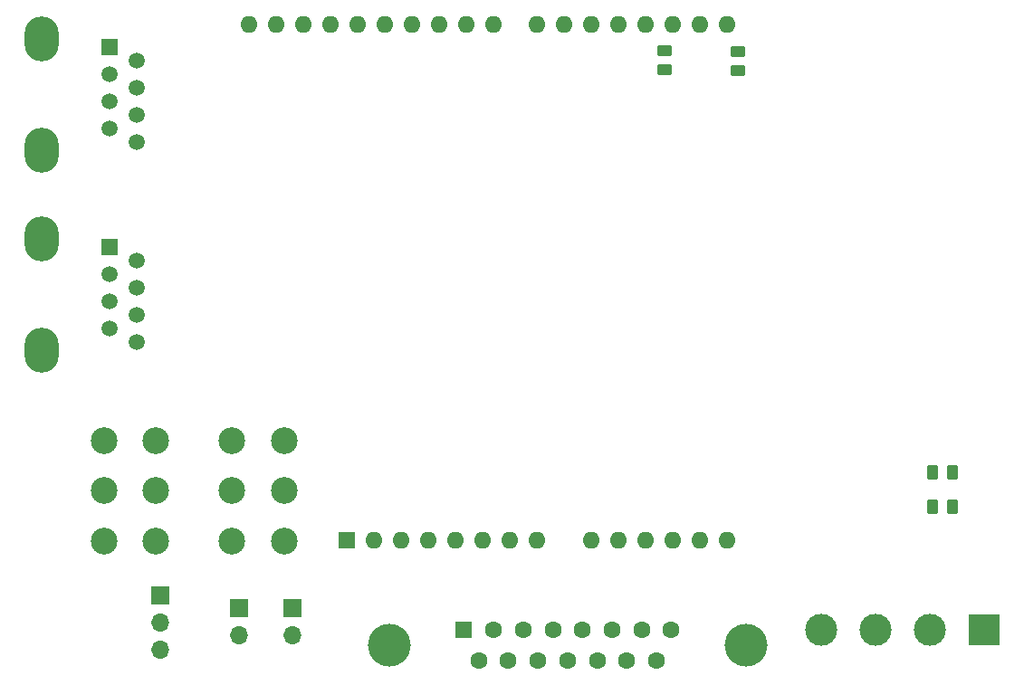
<source format=gbs>
%TF.GenerationSoftware,KiCad,Pcbnew,(5.99.0-11737-gca42f31bb5)*%
%TF.CreationDate,2021-09-24T22:35:01+02:00*%
%TF.ProjectId,Drucksensor,44727563-6b73-4656-9e73-6f722e6b6963,rev?*%
%TF.SameCoordinates,Original*%
%TF.FileFunction,Soldermask,Bot*%
%TF.FilePolarity,Negative*%
%FSLAX46Y46*%
G04 Gerber Fmt 4.6, Leading zero omitted, Abs format (unit mm)*
G04 Created by KiCad (PCBNEW (5.99.0-11737-gca42f31bb5)) date 2021-09-24 22:35:01*
%MOMM*%
%LPD*%
G01*
G04 APERTURE LIST*
G04 Aperture macros list*
%AMRoundRect*
0 Rectangle with rounded corners*
0 $1 Rounding radius*
0 $2 $3 $4 $5 $6 $7 $8 $9 X,Y pos of 4 corners*
0 Add a 4 corners polygon primitive as box body*
4,1,4,$2,$3,$4,$5,$6,$7,$8,$9,$2,$3,0*
0 Add four circle primitives for the rounded corners*
1,1,$1+$1,$2,$3*
1,1,$1+$1,$4,$5*
1,1,$1+$1,$6,$7*
1,1,$1+$1,$8,$9*
0 Add four rect primitives between the rounded corners*
20,1,$1+$1,$2,$3,$4,$5,0*
20,1,$1+$1,$4,$5,$6,$7,0*
20,1,$1+$1,$6,$7,$8,$9,0*
20,1,$1+$1,$8,$9,$2,$3,0*%
G04 Aperture macros list end*
%ADD10O,3.200000X4.200000*%
%ADD11R,1.500000X1.500000*%
%ADD12C,1.500000*%
%ADD13C,2.500000*%
%ADD14R,1.700000X1.700000*%
%ADD15O,1.700000X1.700000*%
%ADD16C,4.000000*%
%ADD17R,1.600000X1.600000*%
%ADD18C,1.600000*%
%ADD19RoundRect,0.250000X-0.450000X0.262500X-0.450000X-0.262500X0.450000X-0.262500X0.450000X0.262500X0*%
%ADD20RoundRect,0.250000X0.262500X0.450000X-0.262500X0.450000X-0.262500X-0.450000X0.262500X-0.450000X0*%
%ADD21O,1.600000X1.600000*%
%ADD22C,3.000000*%
%ADD23R,3.000000X3.000000*%
G04 APERTURE END LIST*
D10*
%TO.C,J103*%
X61500000Y-32127500D03*
X61500000Y-21697500D03*
D11*
X67850000Y-22467500D03*
D12*
X70390000Y-23737500D03*
X67850000Y-25007500D03*
X70390000Y-26277500D03*
X67850000Y-27547500D03*
X70390000Y-28817500D03*
X67850000Y-30087500D03*
X70390000Y-31357500D03*
%TD*%
D10*
%TO.C,J104*%
X61500000Y-50877500D03*
X61500000Y-40447500D03*
D11*
X67850000Y-41217500D03*
D12*
X70390000Y-42487500D03*
X67850000Y-43757500D03*
X70390000Y-45027500D03*
X67850000Y-46297500D03*
X70390000Y-47567500D03*
X67850000Y-48837500D03*
X70390000Y-50107500D03*
%TD*%
D13*
%TO.C,SW102*%
X84165000Y-59300000D03*
X84165000Y-64000000D03*
X84165000Y-68700000D03*
X79335000Y-59300000D03*
X79335000Y-64000000D03*
X79335000Y-68700000D03*
%TD*%
%TO.C,SW101*%
X72165000Y-59300000D03*
X72165000Y-64000000D03*
X72165000Y-68700000D03*
X67335000Y-59300000D03*
X67335000Y-64000000D03*
X67335000Y-68700000D03*
%TD*%
D14*
%TO.C,J106*%
X85000000Y-75000000D03*
D15*
X85000000Y-77540000D03*
%TD*%
D16*
%TO.C,J105*%
X127345000Y-78420000D03*
X94045000Y-78420000D03*
D17*
X101000000Y-77000000D03*
D18*
X103770000Y-77000000D03*
X106540000Y-77000000D03*
X109310000Y-77000000D03*
X112080000Y-77000000D03*
X114850000Y-77000000D03*
X117620000Y-77000000D03*
X120390000Y-77000000D03*
X102385000Y-79840000D03*
X105155000Y-79840000D03*
X107925000Y-79840000D03*
X110695000Y-79840000D03*
X113465000Y-79840000D03*
X116235000Y-79840000D03*
X119005000Y-79840000D03*
%TD*%
D14*
%TO.C,J107*%
X72600000Y-73800000D03*
D15*
X72600000Y-76340000D03*
X72600000Y-78880000D03*
%TD*%
D14*
%TO.C,J102*%
X80000000Y-75000000D03*
D15*
X80000000Y-77540000D03*
%TD*%
D19*
%TO.C,R123*%
X119800000Y-22787500D03*
X119800000Y-24612500D03*
%TD*%
D20*
%TO.C,R116*%
X146662500Y-65500000D03*
X144837500Y-65500000D03*
%TD*%
D19*
%TO.C,R124*%
X126600000Y-22887500D03*
X126600000Y-24712500D03*
%TD*%
D17*
%TO.C,A101*%
X90075000Y-68630000D03*
D21*
X92615000Y-68630000D03*
X95155000Y-68630000D03*
X97695000Y-68630000D03*
X100235000Y-68630000D03*
X102775000Y-68630000D03*
X105315000Y-68630000D03*
X107855000Y-68630000D03*
X112935000Y-68630000D03*
X115475000Y-68630000D03*
X118015000Y-68630000D03*
X120555000Y-68630000D03*
X123095000Y-68630000D03*
X125635000Y-68630000D03*
X125635000Y-20370000D03*
X123095000Y-20370000D03*
X120555000Y-20370000D03*
X118015000Y-20370000D03*
X115475000Y-20370000D03*
X112935000Y-20370000D03*
X110395000Y-20370000D03*
X107855000Y-20370000D03*
X103795000Y-20370000D03*
X101255000Y-20370000D03*
X98715000Y-20370000D03*
X96175000Y-20370000D03*
X93635000Y-20370000D03*
X91095000Y-20370000D03*
X88555000Y-20370000D03*
X86015000Y-20370000D03*
X83475000Y-20370000D03*
X80935000Y-20370000D03*
%TD*%
D20*
%TO.C,R105*%
X146662500Y-62250000D03*
X144837500Y-62250000D03*
%TD*%
D22*
%TO.C,J101*%
X144540000Y-77000000D03*
D23*
X149620000Y-77000000D03*
D22*
X134380000Y-77000000D03*
X139460000Y-77000000D03*
%TD*%
M02*

</source>
